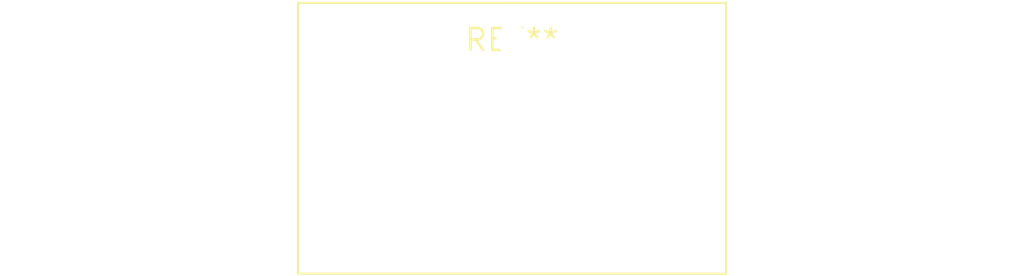
<source format=kicad_pcb>
(kicad_pcb (version 20240108) (generator pcbnew)
  (layers (0 "F.Cu" signal) (31 "B.Cu" signal) (34 "B.Paste" user) (35 "F.Paste" user) (36 "B.SilkS" user "B.Silkscreen") (37 "F.SilkS" user "F.Silkscreen") (38 "B.Mask" user) (39 "F.Mask" user) (44 "Edge.Cuts" user))
  (net 0 "")
  (footprint "L_Toroid_Vertical_L24.6mm_W15.5mm_P11.44mm_Pulse_KM-4" (layer "F.Cu") (at 0 0)
    (property "Reference" "REF**")
    (property "Value" "L_Toroid_Vertical_L24.6mm_W15.5mm_P11.44mm_Pulse_KM-4")
    (fp_line (start -12.44 -2.15) (end -12.44 13.59) (layer "F.SilkS") (stroke (width 0.12)))
    (fp_line (start -12.44 -2.15) (end -0.016 -2.15) (layer "F.SilkS") (stroke (width 0.12)))
    (fp_line (start -12.44 13.59) (end -0.016 13.59) (layer "F.SilkS") (stroke (width 0.12)))
    (fp_line (start 0.016 -2.15) (end 12.44 -2.15) (layer "F.SilkS") (stroke (width 0.12)))
    (fp_line (start 0.016 13.59) (end 12.44 13.59) (layer "F.SilkS") (stroke (width 0.12)))
    (fp_line (start 12.44 -2.15) (end 12.44 13.59) (layer "F.SilkS") (stroke (width 0.12)))
    (pad "1" thru_hole circle (at 0 0) (size 3.6 3.6) (drill 1.8) (layers *.Cu *.Mask) (remove_unused_layers))
    (pad "2" thru_hole circle (at 0 11.44) (size 3.6 3.6) (drill 1.8) (layers *.Cu *.Mask) (remove_unused_layers))
  )
)
</source>
